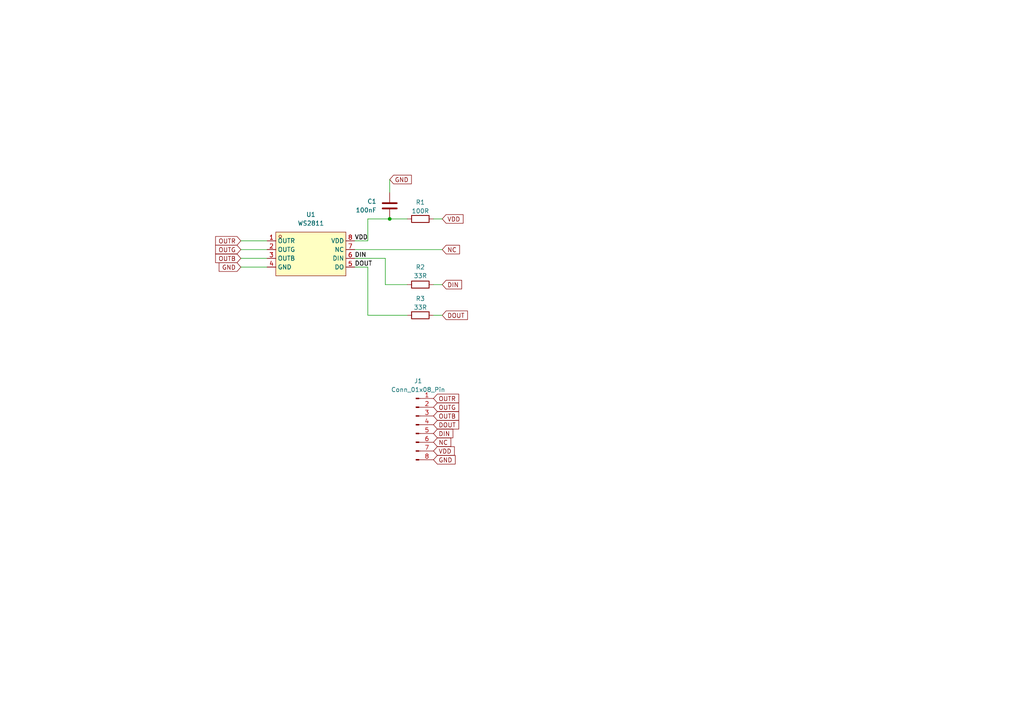
<source format=kicad_sch>
(kicad_sch (version 20250114) (generator "eeschema") (generator_version "9.0")
  (paper "A4")
  (title_block (title "Charge WS2811") (date "2026-02-21") (rev "Mk 0.1") (company "clectric.diy") (comment 1 "Copyright © 2026 clectric.diy Licensed under CERN-OHL-W v2") (comment 2 "Charles H. Leggett"))
  (lib_symbols
    (symbol "Connector:Conn_01x08_Pin" (pin_names (offset 1.016) (hide yes))
      (property "Reference" "J" (at 0 10.16 0))
      (property "Value" "Conn_01x08_Pin" (at 0 -12.7 0))
      (symbol "Conn_01x08_Pin_1_1"
        (rectangle (start 0.8636 7.747) (end 0 7.493) (stroke (width 0.1524)) (fill (type outline)))
        (rectangle (start 0.8636 5.207) (end 0 4.953) (stroke (width 0.1524)) (fill (type outline)))
        (rectangle (start 0.8636 2.667) (end 0 2.413) (stroke (width 0.1524)) (fill (type outline)))
        (rectangle (start 0.8636 0.127) (end 0 -0.127) (stroke (width 0.1524)) (fill (type outline)))
        (rectangle (start 0.8636 -2.413) (end 0 -2.667) (stroke (width 0.1524)) (fill (type outline)))
        (rectangle (start 0.8636 -4.953) (end 0 -5.207) (stroke (width 0.1524)) (fill (type outline)))
        (rectangle (start 0.8636 -7.493) (end 0 -7.747) (stroke (width 0.1524)) (fill (type outline)))
        (rectangle (start 0.8636 -10.033) (end 0 -10.287) (stroke (width 0.1524)) (fill (type outline)))
        (polyline (pts (xy 1.27 7.62) (xy 0.8636 7.62)) (stroke (width 0.1524)))
        (polyline (pts (xy 1.27 5.08) (xy 0.8636 5.08)) (stroke (width 0.1524)))
        (polyline (pts (xy 1.27 2.54) (xy 0.8636 2.54)) (stroke (width 0.1524)))
        (polyline (pts (xy 1.27 0) (xy 0.8636 0)) (stroke (width 0.1524)))
        (polyline (pts (xy 1.27 -2.54) (xy 0.8636 -2.54)) (stroke (width 0.1524)))
        (polyline (pts (xy 1.27 -5.08) (xy 0.8636 -5.08)) (stroke (width 0.1524)))
        (polyline (pts (xy 1.27 -7.62) (xy 0.8636 -7.62)) (stroke (width 0.1524)))
        (polyline (pts (xy 1.27 -10.16) (xy 0.8636 -10.16)) (stroke (width 0.1524)))
        (pin passive line (at 5.08 7.62 180) (length 3.81) (name "Pin_1") (number "1"))
        (pin passive line (at 5.08 5.08 180) (length 3.81) (name "Pin_2") (number "2"))
        (pin passive line (at 5.08 2.54 180) (length 3.81) (name "Pin_3") (number "3"))
        (pin passive line (at 5.08 0 180) (length 3.81) (name "Pin_4") (number "4"))
        (pin passive line (at 5.08 -2.54 180) (length 3.81) (name "Pin_5") (number "5"))
        (pin passive line (at 5.08 -5.08 180) (length 3.81) (name "Pin_6") (number "6"))
        (pin passive line (at 5.08 -7.62 180) (length 3.81) (name "Pin_7") (number "7"))
        (pin passive line (at 5.08 -10.16 180) (length 3.81) (name "Pin_8") (number "8"))
      )
    )
    (symbol "Device:C" (pin_numbers (hide yes)) (pin_names (offset 0.254))
      (property "Reference" "C" (at 0.635 2.54 0))
      (property "Value" "C" (at 0.635 -2.54 0))
      (symbol "C_0_1"
        (polyline (pts (xy -2.032 0.762) (xy 2.032 0.762)) (stroke (width 0.508)))
        (polyline (pts (xy -2.032 -0.762) (xy 2.032 -0.762)) (stroke (width 0.508)))
      )
      (symbol "C_1_1"
        (pin passive line (at 0 3.81 270) (length 2.794) (name "~") (number "1"))
        (pin passive line (at 0 -3.81 90) (length 2.794) (name "~") (number "2"))
      )
    )
    (symbol "Device:R" (pin_numbers (hide yes)) (pin_names (offset 0))
      (property "Reference" "R" (at 2.032 0 90))
      (property "Value" "R" (at 0 0 90))
      (symbol "R_0_1"
        (rectangle (start -1.016 -2.54) (end 1.016 2.54) (stroke (width 0.254)))
      )
      (symbol "R_1_1"
        (pin passive line (at 0 3.81 270) (length 1.27) (name "~") (number "1"))
        (pin passive line (at 0 -3.81 90) (length 1.27) (name "~") (number "2"))
      )
    )
    (symbol "clectric-diy:WS2811"
      (property "Reference" "U" (at 0 8.89 0))
      (property "Value" "WS2811" (at 0 -8.89 0))
      (symbol "WS2811_0_1"
        (rectangle (start -10.16 6.35) (end 10.16 -6.35) (fill (type background)))
        (circle (center -8.89 5.08) (radius 0.38))
        (pin unspecified line (at -12.7 3.81 0) (length 2.54) (name "OUTR") (number "1"))
        (pin unspecified line (at -12.7 1.27 0) (length 2.54) (name "OUTG") (number "2"))
        (pin unspecified line (at -12.7 -1.27 0) (length 2.54) (name "OUTB") (number "3"))
        (pin unspecified line (at -12.7 -3.81 0) (length 2.54) (name "GND") (number "4"))
        (pin unspecified line (at 12.7 3.81 180) (length 2.54) (name "VDD") (number "8"))
        (pin unspecified line (at 12.7 1.27 180) (length 2.54) (name "NC") (number "7"))
        (pin unspecified line (at 12.7 -1.27 180) (length 2.54) (name "DIN") (number "6"))
        (pin unspecified line (at 12.7 -3.81 180) (length 2.54) (name "DO") (number "5"))
      )
    )
  )
  (junction (at 113.03 63.5))
  (wire (pts (xy 69.85 74.93) (xy 77.47 74.93)))
  (wire (pts (xy 125.73 82.55) (xy 128.27 82.55)))
  (wire (pts (xy 106.68 69.85) (xy 106.68 63.5)))
  (wire (pts (xy 113.03 52.07) (xy 113.03 55.88)))
  (wire (pts (xy 69.85 69.85) (xy 77.47 69.85)))
  (wire (pts (xy 69.85 77.47) (xy 77.47 77.47)))
  (wire (pts (xy 111.76 82.55) (xy 118.11 82.55)))
  (wire (pts (xy 106.68 63.5) (xy 113.03 63.5)))
  (wire (pts (xy 102.87 74.93) (xy 111.76 74.93)))
  (wire (pts (xy 106.68 77.47) (xy 102.87 77.47)))
  (wire (pts (xy 125.73 91.44) (xy 128.27 91.44)))
  (wire (pts (xy 106.68 91.44) (xy 118.11 91.44)))
  (wire (pts (xy 125.73 63.5) (xy 128.27 63.5)))
  (wire (pts (xy 102.87 69.85) (xy 106.68 69.85)))
  (wire (pts (xy 113.03 63.5) (xy 118.11 63.5)))
  (wire (pts (xy 106.68 91.44) (xy 106.68 77.47)))
  (wire (pts (xy 102.87 72.39) (xy 128.27 72.39)))
  (wire (pts (xy 69.85 72.39) (xy 77.47 72.39)))
  (wire (pts (xy 111.76 74.93) (xy 111.76 82.55)))
  (label "DIN" (at 102.87 74.93 0))
  (label "VDD" (at 102.87 69.85 0))
  (label "VDD" (at 102.87 69.85 0))
  (label "VDD" (at 102.87 69.85 0))
  (label "DOUT" (at 102.87 77.47 0))
  (label "DOUT" (at 102.87 77.47 0))
  (label "DIN" (at 102.87 74.93 0))
  (global_label "DIN" (shape input) (at 128.27 82.55 0) (property "Intersheetrefs" "${INTERSHEET_REFS}" (effects (hide yes))))
  (global_label "VDD" (shape input) (at 125.73 130.81 0) (property "Intersheetrefs" "${INTERSHEET_REFS}" (effects (hide yes))))
  (global_label "GND" (shape input) (at 69.85 77.47 180) (property "Intersheetrefs" "${INTERSHEET_REFS}" (effects (hide yes))))
  (global_label "DOUT" (shape input) (at 128.27 91.44 0) (property "Intersheetrefs" "${INTERSHEET_REFS}" (effects (hide yes))))
  (global_label "OUTR" (shape input) (at 125.73 115.57 0) (property "Intersheetrefs" "${INTERSHEET_REFS}" (effects (hide yes))))
  (global_label "OUTG" (shape input) (at 125.73 118.11 0) (property "Intersheetrefs" "${INTERSHEET_REFS}" (effects (hide yes))))
  (global_label "NC" (shape input) (at 125.73 128.27 0) (property "Intersheetrefs" "${INTERSHEET_REFS}" (effects (hide yes))))
  (global_label "DIN" (shape input) (at 125.73 125.73 0) (property "Intersheetrefs" "${INTERSHEET_REFS}" (effects (hide yes))))
  (global_label "VDD" (shape input) (at 128.27 63.5 0) (property "Intersheetrefs" "${INTERSHEET_REFS}" (effects (hide yes))))
  (global_label "OUTG" (shape input) (at 69.85 72.39 180) (property "Intersheetrefs" "${INTERSHEET_REFS}" (effects (hide yes))))
  (global_label "GND" (shape input) (at 113.03 52.07 0) (property "Intersheetrefs" "${INTERSHEET_REFS}" (effects (hide yes))))
  (global_label "DOUT" (shape input) (at 125.73 123.19 0) (property "Intersheetrefs" "${INTERSHEET_REFS}" (effects (hide yes))))
  (global_label "NC" (shape input) (at 128.27 72.39 0) (property "Intersheetrefs" "${INTERSHEET_REFS}" (effects (hide yes))))
  (global_label "OUTR" (shape input) (at 69.85 69.85 180) (property "Intersheetrefs" "${INTERSHEET_REFS}" (effects (hide yes))))
  (global_label "GND" (shape input) (at 125.73 133.35 0) (property "Intersheetrefs" "${INTERSHEET_REFS}" (effects (hide yes))))
  (global_label "OUTB" (shape input) (at 125.73 120.65 0) (property "Intersheetrefs" "${INTERSHEET_REFS}" (effects (hide yes))))
  (global_label "OUTB" (shape input) (at 69.85 74.93 180) (property "Intersheetrefs" "${INTERSHEET_REFS}" (effects (hide yes))))
  (symbol (lib_id "clectric-diy:WS2811") (at 90.17 73.66 0) (unit 1)
    (property "Reference" "U1" (at 90.17 62.23 0))
    (property "Value" "WS2811" (at 90.17 64.77 0))
    (property "Footprint" "clectric-diy:SOP-8_L4.9-W3.9-P1.27-LS6.0-BL" (effects (hide yes)))
    (property "Datasheet" "https://lcsc.com/product-detail/LED-Drivers_WS2811_C114581.html" (effects (hide yes)))
    (property "LCSC Part" "C114581" (effects (hide yes)))
  )
  (symbol (lib_id "Device:R") (at 121.92 91.44 270) (unit 1)
    (property "Reference" "R3" (at 121.92 86.614 90))
    (property "Value" "33R" (at 121.92 89.154 90))
    (property "Footprint" "Resistor_SMD:R_0402_1005Metric" (effects (hide yes)))
    (property "Description" "Resistor" (effects (hide yes)))
  )
  (symbol (lib_id "Connector:Conn_01x08_Pin") (at 120.65 123.19 0) (unit 1)
    (property "Reference" "J1" (at 121.285 110.49 0))
    (property "Value" "Conn_01x08_Pin" (at 121.285 113.03 0))
    (property "Footprint" "Connector_PinHeader_2.54mm:PinHeader_1x08_P2.54mm_Vertical" (effects (hide yes)))
    (property "Description" "Generic connector, single row, 01x08, script generated" (effects (hide yes)))
  )
  (symbol (lib_id "Device:R") (at 121.92 63.5 270) (unit 1)
    (property "Reference" "R1" (at 121.92 58.674 90))
    (property "Value" "100R" (at 121.92 61.214 90))
    (property "Footprint" "Resistor_SMD:R_0402_1005Metric" (effects (hide yes)))
    (property "Description" "Resistor" (effects (hide yes)))
  )
  (symbol (lib_id "Device:R") (at 121.92 82.55 90) (unit 1)
    (property "Reference" "R2" (at 121.92 77.47 90))
    (property "Value" "33R" (at 121.92 80.01 90))
    (property "Footprint" "Resistor_SMD:R_0402_1005Metric" (effects (hide yes)))
    (property "Description" "Resistor" (effects (hide yes)))
  )
  (symbol (lib_id "Device:C") (at 113.03 59.69 0) (mirror y) (unit 1)
    (property "Reference" "C1" (at 109.22 58.4199 0) (effects (justify left)))
    (property "Value" "100nF" (at 109.22 60.9599 0) (effects (justify left)))
    (property "Footprint" "Capacitor_SMD:C_0402_1005Metric" (effects (hide yes)))
    (property "Description" "Unpolarized capacitor" (effects (hide yes)))
  )
)
</source>
